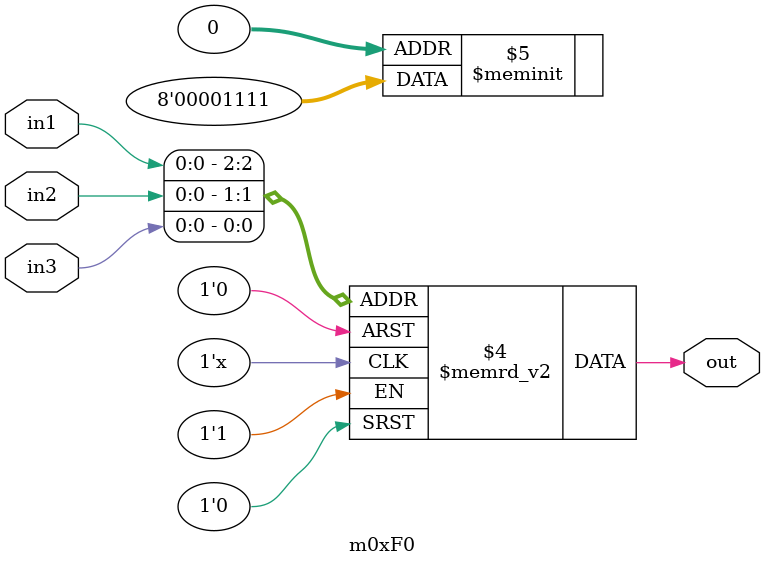
<source format=v>
module m0xF0(output out, input in1, in2, in3);

   always @(in1, in2, in3)
     begin
        case({in1, in2, in3})
          3'b000: {out} = 1'b1;
          3'b001: {out} = 1'b1;
          3'b010: {out} = 1'b1;
          3'b011: {out} = 1'b1;
          3'b100: {out} = 1'b0;
          3'b101: {out} = 1'b0;
          3'b110: {out} = 1'b0;
          3'b111: {out} = 1'b0;
        endcase // case ({in1, in2, in3})
     end // always @ (in1, in2, in3)

endmodule // m0xF0
</source>
